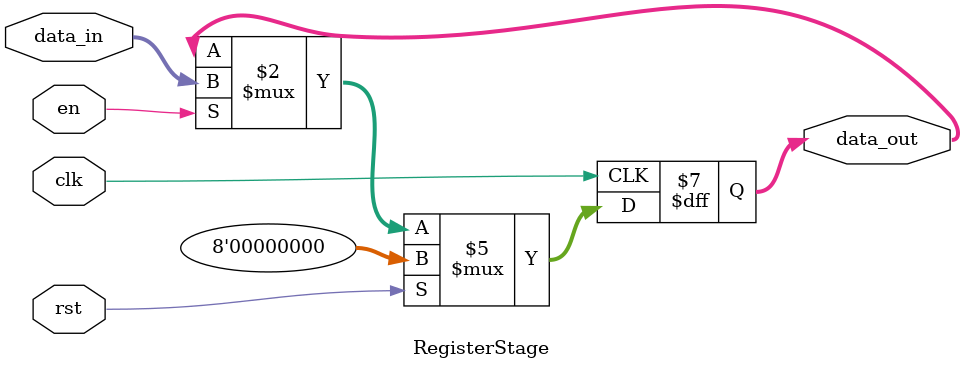
<source format=sv>
module RD5 #(parameter W=8)(
  input clk, 
  input rst, 
  input en,
  input [W-1:0] din,
  output [W-1:0] dout
);
  // Internal signals for connecting submodules
  wire [W-1:0] stage1_data;
  
  // Stage register submodule instantiations
  RegisterStage #(.WIDTH(W)) first_stage (
    .clk(clk),
    .rst(rst),
    .en(en),
    .data_in(din),
    .data_out(stage1_data)
  );
  
  RegisterStage #(.WIDTH(W)) second_stage (
    .clk(clk),
    .rst(rst),
    .en(en),
    .data_in(stage1_data),
    .data_out(dout)
  );
  
endmodule

// Generic register stage module
module RegisterStage #(parameter WIDTH=8)(
  input clk,
  input rst,
  input en,
  input [WIDTH-1:0] data_in,
  output reg [WIDTH-1:0] data_out
);
  // Register logic
  always @(posedge clk) begin
    if (rst) begin
      data_out <= {WIDTH{1'b0}};
    end else if (en) begin
      data_out <= data_in;
    end
  end
endmodule
</source>
